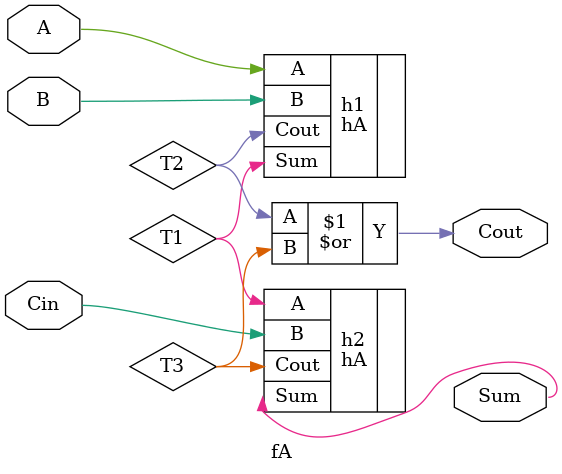
<source format=v>
`timescale 1ns / 1ps


module fA(
    input A,
    input B,
    input Cin,
    output Sum,
    output Cout
    );
    
    wire T1, T2, T3;
    hA h1(.A(A), .B(B), .Sum(T1), .Cout(T2));
    hA h2(.A(T1), .B(Cin), .Sum(Sum), .Cout(T3));
    assign Cout=T2|T3;
endmodule

</source>
